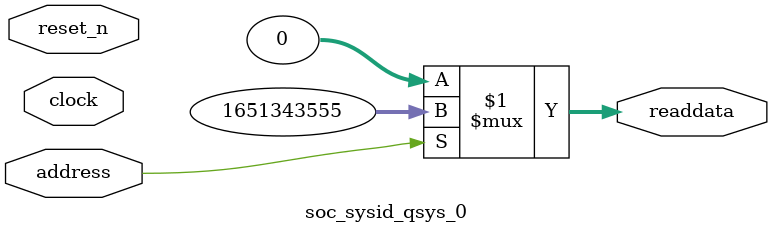
<source format=v>



// synthesis translate_off
`timescale 1ns / 1ps
// synthesis translate_on

// turn off superfluous verilog processor warnings 
// altera message_level Level1 
// altera message_off 10034 10035 10036 10037 10230 10240 10030 

module soc_sysid_qsys_0 (
               // inputs:
                address,
                clock,
                reset_n,

               // outputs:
                readdata
             )
;

  output  [ 31: 0] readdata;
  input            address;
  input            clock;
  input            reset_n;

  wire    [ 31: 0] readdata;
  //control_slave, which is an e_avalon_slave
  assign readdata = address ? 1651343555 : 0;

endmodule



</source>
